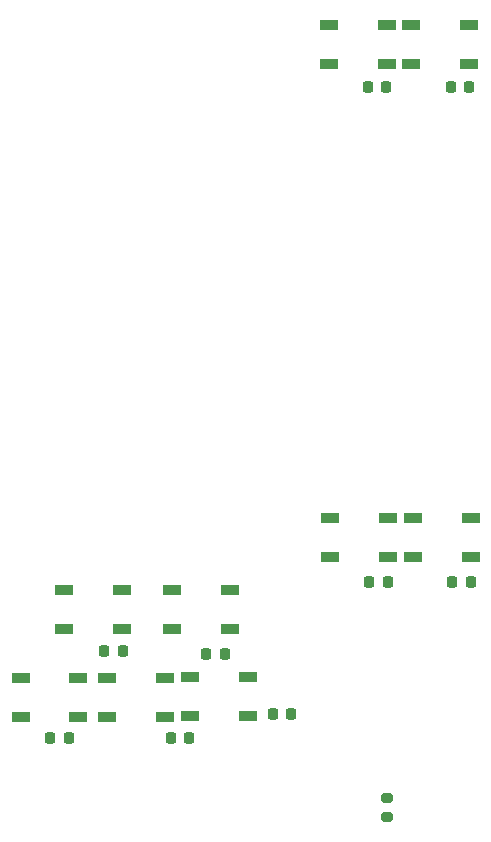
<source format=gbr>
%TF.GenerationSoftware,KiCad,Pcbnew,(6.0.9)*%
%TF.CreationDate,2023-04-01T13:01:52-08:00*%
%TF.ProjectId,GEN TIE PANEL,47454e20-5449-4452-9050-414e454c2e6b,3*%
%TF.SameCoordinates,Original*%
%TF.FileFunction,Paste,Top*%
%TF.FilePolarity,Positive*%
%FSLAX46Y46*%
G04 Gerber Fmt 4.6, Leading zero omitted, Abs format (unit mm)*
G04 Created by KiCad (PCBNEW (6.0.9)) date 2023-04-01 13:01:52*
%MOMM*%
%LPD*%
G01*
G04 APERTURE LIST*
G04 Aperture macros list*
%AMRoundRect*
0 Rectangle with rounded corners*
0 $1 Rounding radius*
0 $2 $3 $4 $5 $6 $7 $8 $9 X,Y pos of 4 corners*
0 Add a 4 corners polygon primitive as box body*
4,1,4,$2,$3,$4,$5,$6,$7,$8,$9,$2,$3,0*
0 Add four circle primitives for the rounded corners*
1,1,$1+$1,$2,$3*
1,1,$1+$1,$4,$5*
1,1,$1+$1,$6,$7*
1,1,$1+$1,$8,$9*
0 Add four rect primitives between the rounded corners*
20,1,$1+$1,$2,$3,$4,$5,0*
20,1,$1+$1,$4,$5,$6,$7,0*
20,1,$1+$1,$6,$7,$8,$9,0*
20,1,$1+$1,$8,$9,$2,$3,0*%
G04 Aperture macros list end*
%ADD10R,1.500000X0.900000*%
%ADD11RoundRect,0.225000X-0.225000X-0.250000X0.225000X-0.250000X0.225000X0.250000X-0.225000X0.250000X0*%
%ADD12RoundRect,0.200000X0.275000X-0.200000X0.275000X0.200000X-0.275000X0.200000X-0.275000X-0.200000X0*%
%ADD13RoundRect,0.225000X0.225000X0.250000X-0.225000X0.250000X-0.225000X-0.250000X0.225000X-0.250000X0*%
G04 APERTURE END LIST*
D10*
%TO.C,D1*%
X149292000Y-49324000D03*
X149292000Y-52624000D03*
X154192000Y-52624000D03*
X154192000Y-49324000D03*
%TD*%
%TO.C,D2*%
X156252000Y-49334000D03*
X156252000Y-52634000D03*
X161152000Y-52634000D03*
X161152000Y-49334000D03*
%TD*%
%TO.C,D3*%
X149372000Y-91094000D03*
X149372000Y-94394000D03*
X154272000Y-94394000D03*
X154272000Y-91094000D03*
%TD*%
%TO.C,D4*%
X156422000Y-91094000D03*
X156422000Y-94394000D03*
X161322000Y-94394000D03*
X161322000Y-91094000D03*
%TD*%
%TO.C,D5*%
X126862000Y-97134000D03*
X126862000Y-100434000D03*
X131762000Y-100434000D03*
X131762000Y-97134000D03*
%TD*%
%TO.C,D8*%
X130482000Y-104598000D03*
X130482000Y-107898000D03*
X135382000Y-107898000D03*
X135382000Y-104598000D03*
%TD*%
%TO.C,D9*%
X137512000Y-104514000D03*
X137512000Y-107814000D03*
X142412000Y-107814000D03*
X142412000Y-104514000D03*
%TD*%
D11*
%TO.C,C1*%
X152617000Y-54574000D03*
X154167000Y-54574000D03*
%TD*%
D12*
%TO.C,R1*%
X154178000Y-116395000D03*
X154178000Y-114745000D03*
%TD*%
D11*
%TO.C,C2*%
X159612000Y-54544000D03*
X161162000Y-54544000D03*
%TD*%
%TO.C,C3*%
X152727000Y-96464000D03*
X154277000Y-96464000D03*
%TD*%
%TO.C,C4*%
X159753000Y-96520000D03*
X161303000Y-96520000D03*
%TD*%
%TO.C,C5*%
X130276000Y-102362000D03*
X131826000Y-102362000D03*
%TD*%
%TO.C,C6*%
X138912000Y-102616000D03*
X140462000Y-102616000D03*
%TD*%
%TO.C,C7*%
X125704000Y-109728000D03*
X127254000Y-109728000D03*
%TD*%
D13*
%TO.C,C9*%
X146076000Y-107696000D03*
X144526000Y-107696000D03*
%TD*%
%TO.C,C8*%
X137440000Y-109728000D03*
X135890000Y-109728000D03*
%TD*%
D10*
%TO.C,D6*%
X135980000Y-97156000D03*
X135980000Y-100456000D03*
X140880000Y-100456000D03*
X140880000Y-97156000D03*
%TD*%
%TO.C,D7*%
X123190000Y-104598000D03*
X123190000Y-107898000D03*
X128090000Y-107898000D03*
X128090000Y-104598000D03*
%TD*%
M02*

</source>
